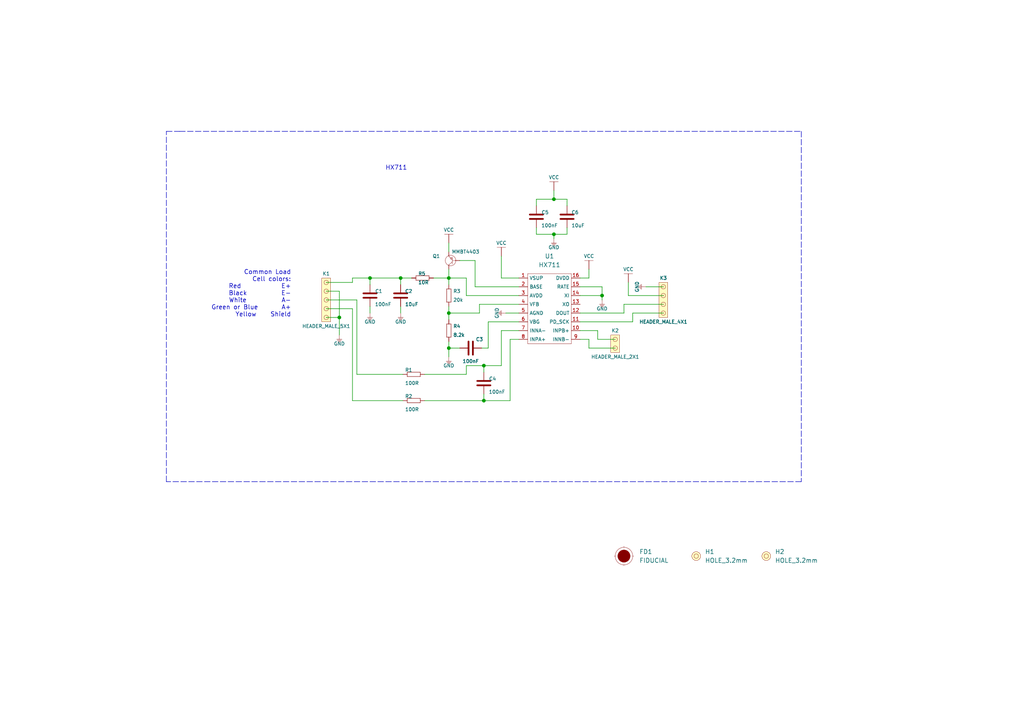
<source format=kicad_sch>
(kicad_sch (version 20210621) (generator eeschema)

  (uuid c0ee46d0-aa51-4fac-aab3-499764198726)

  (paper "A4")

  (title_block
    (title "HX711 breakout")
    (date "2021-06-30")
    (rev "V1.1.1.")
    (company "SOLDERED")
    (comment 1 "333005")
  )

  (lib_symbols
    (symbol "e-radionica.com schematics:0603C" (pin_numbers hide) (pin_names (offset 0.002)) (in_bom yes) (on_board yes)
      (property "Reference" "C" (id 0) (at -0.635 3.175 0)
        (effects (font (size 1 1)))
      )
      (property "Value" "0603C" (id 1) (at 0 -3.175 0)
        (effects (font (size 1 1)))
      )
      (property "Footprint" "e-radionica.com footprinti:0603C" (id 2) (at 0 0 0)
        (effects (font (size 1 1)) hide)
      )
      (property "Datasheet" "" (id 3) (at 0 0 0)
        (effects (font (size 1 1)) hide)
      )
      (symbol "0603C_0_1"
        (polyline
          (pts
            (xy -0.635 1.905)
            (xy -0.635 -1.905)
          )
          (stroke (width 0.5)) (fill (type none))
        )
        (polyline
          (pts
            (xy 0.635 1.905)
            (xy 0.635 -1.905)
          )
          (stroke (width 0.5)) (fill (type none))
        )
      )
      (symbol "0603C_1_1"
        (pin passive line (at -3.175 0 0) (length 2.54)
          (name "~" (effects (font (size 1.27 1.27))))
          (number "1" (effects (font (size 1.27 1.27))))
        )
        (pin passive line (at 3.175 0 180) (length 2.54)
          (name "~" (effects (font (size 1.27 1.27))))
          (number "2" (effects (font (size 1.27 1.27))))
        )
      )
    )
    (symbol "e-radionica.com schematics:0603R" (pin_numbers hide) (pin_names (offset 0.254)) (in_bom yes) (on_board yes)
      (property "Reference" "R" (id 0) (at -1.905 1.905 0)
        (effects (font (size 1 1)))
      )
      (property "Value" "0603R" (id 1) (at 0 -1.905 0)
        (effects (font (size 1 1)))
      )
      (property "Footprint" "e-radionica.com footprinti:0603R" (id 2) (at -0.635 1.905 0)
        (effects (font (size 1 1)) hide)
      )
      (property "Datasheet" "" (id 3) (at -0.635 1.905 0)
        (effects (font (size 1 1)) hide)
      )
      (symbol "0603R_0_1"
        (rectangle (start -1.905 -0.635) (end 1.905 -0.6604)
          (stroke (width 0.1)) (fill (type none))
        )
        (rectangle (start -1.905 0.635) (end -1.8796 -0.635)
          (stroke (width 0.1)) (fill (type none))
        )
        (rectangle (start -1.905 0.635) (end 1.905 0.6096)
          (stroke (width 0.1)) (fill (type none))
        )
        (rectangle (start 1.905 0.635) (end 1.9304 -0.635)
          (stroke (width 0.1)) (fill (type none))
        )
      )
      (symbol "0603R_1_1"
        (pin passive line (at -3.175 0 0) (length 1.27)
          (name "~" (effects (font (size 1.27 1.27))))
          (number "1" (effects (font (size 1.27 1.27))))
        )
        (pin passive line (at 3.175 0 180) (length 1.27)
          (name "~" (effects (font (size 1.27 1.27))))
          (number "2" (effects (font (size 1.27 1.27))))
        )
      )
    )
    (symbol "e-radionica.com schematics:1206C" (pin_numbers hide) (in_bom yes) (on_board yes)
      (property "Reference" "C" (id 0) (at -0.635 3.175 0)
        (effects (font (size 1 1)))
      )
      (property "Value" "1206C" (id 1) (at 0 -3.175 0)
        (effects (font (size 1 1)))
      )
      (property "Footprint" "e-radionica.com footprinti:1206C" (id 2) (at 0 0 0)
        (effects (font (size 1 1)) hide)
      )
      (property "Datasheet" "" (id 3) (at 0 0 0)
        (effects (font (size 1 1)) hide)
      )
      (symbol "1206C_0_1"
        (polyline
          (pts
            (xy -0.635 1.905)
            (xy -0.635 -1.905)
          )
          (stroke (width 0.5)) (fill (type none))
        )
        (polyline
          (pts
            (xy 0.635 1.905)
            (xy 0.635 -1.905)
          )
          (stroke (width 0.5)) (fill (type none))
        )
      )
      (symbol "1206C_1_1"
        (pin passive line (at -3.175 0 0) (length 2.54)
          (name "~" (effects (font (size 1.27 1.27))))
          (number "1" (effects (font (size 1.27 1.27))))
        )
        (pin passive line (at 3.175 0 180) (length 2.54)
          (name "~" (effects (font (size 1.27 1.27))))
          (number "2" (effects (font (size 1.27 1.27))))
        )
      )
    )
    (symbol "e-radionica.com schematics:FIDUCIAL" (in_bom no) (on_board yes)
      (property "Reference" "FD" (id 0) (at 0 3.81 0)
        (effects (font (size 1.27 1.27)))
      )
      (property "Value" "FIDUCIAL" (id 1) (at 0 -3.81 0)
        (effects (font (size 1.27 1.27)))
      )
      (property "Footprint" "e-radionica.com footprinti:FIDUCIAL_23" (id 2) (at 0.254 -5.334 0)
        (effects (font (size 1.27 1.27)) hide)
      )
      (property "Datasheet" "" (id 3) (at 0 0 0)
        (effects (font (size 1.27 1.27)) hide)
      )
      (symbol "FIDUCIAL_0_1"
        (circle (center 0 0) (radius 2.54) (stroke (width 0.0006)) (fill (type none)))
        (circle (center 0 0) (radius 1.7961) (stroke (width 0.001)) (fill (type outline)))
        (polyline
          (pts
            (xy -2.54 0)
            (xy -2.794 0)
          )
          (stroke (width 0.0006)) (fill (type none))
        )
        (polyline
          (pts
            (xy 0 -2.54)
            (xy 0 -2.794)
          )
          (stroke (width 0.0006)) (fill (type none))
        )
        (polyline
          (pts
            (xy 0 2.54)
            (xy 0 2.794)
          )
          (stroke (width 0.0006)) (fill (type none))
        )
        (polyline
          (pts
            (xy 2.54 0)
            (xy 2.794 0)
          )
          (stroke (width 0.0006)) (fill (type none))
        )
      )
    )
    (symbol "e-radionica.com schematics:GND" (power) (pin_names (offset 0)) (in_bom yes) (on_board yes)
      (property "Reference" "#PWR" (id 0) (at 4.445 0 0)
        (effects (font (size 1 1)) hide)
      )
      (property "Value" "GND" (id 1) (at 0 -2.921 0)
        (effects (font (size 1 1)))
      )
      (property "Footprint" "" (id 2) (at 4.445 3.81 0)
        (effects (font (size 1 1)) hide)
      )
      (property "Datasheet" "" (id 3) (at 4.445 3.81 0)
        (effects (font (size 1 1)) hide)
      )
      (property "ki_keywords" "power-flag" (id 4) (at 0 0 0)
        (effects (font (size 1.27 1.27)) hide)
      )
      (property "ki_description" "Power symbol creates a global label with name \"+3V3\"" (id 5) (at 0 0 0)
        (effects (font (size 1.27 1.27)) hide)
      )
      (symbol "GND_0_1"
        (polyline
          (pts
            (xy -0.762 -1.27)
            (xy 0.762 -1.27)
          )
          (stroke (width 0.0006)) (fill (type none))
        )
        (polyline
          (pts
            (xy -0.635 -1.524)
            (xy 0.635 -1.524)
          )
          (stroke (width 0.0006)) (fill (type none))
        )
        (polyline
          (pts
            (xy -0.381 -1.778)
            (xy 0.381 -1.778)
          )
          (stroke (width 0.0006)) (fill (type none))
        )
        (polyline
          (pts
            (xy -0.127 -2.032)
            (xy 0.127 -2.032)
          )
          (stroke (width 0.0006)) (fill (type none))
        )
        (polyline
          (pts
            (xy 0 0)
            (xy 0 -1.27)
          )
          (stroke (width 0.0006)) (fill (type none))
        )
      )
      (symbol "GND_1_1"
        (pin power_in line (at 0 0 270) (length 0) hide
          (name "GND" (effects (font (size 1.27 1.27))))
          (number "1" (effects (font (size 1.27 1.27))))
        )
      )
    )
    (symbol "e-radionica.com schematics:HEADER_MALE_2X1" (pin_numbers hide) (pin_names hide) (in_bom yes) (on_board yes)
      (property "Reference" "K" (id 0) (at -1.27 5.08 0)
        (effects (font (size 1 1)))
      )
      (property "Value" "HEADER_MALE_2X1" (id 1) (at 0 -2.54 0)
        (effects (font (size 1 1)))
      )
      (property "Footprint" "e-radionica.com footprinti:HEADER_MALE_2X1" (id 2) (at 0 0 0)
        (effects (font (size 1 1)) hide)
      )
      (property "Datasheet" "" (id 3) (at 0 0 0)
        (effects (font (size 1 1)) hide)
      )
      (symbol "HEADER_MALE_2X1_0_1"
        (circle (center 0 0) (radius 0.635) (stroke (width 0.0006)) (fill (type none)))
        (circle (center 0 2.54) (radius 0.635) (stroke (width 0.0006)) (fill (type none)))
        (rectangle (start 1.27 -1.27) (end -1.27 3.81)
          (stroke (width 0.001)) (fill (type background))
        )
      )
      (symbol "HEADER_MALE_2X1_1_1"
        (pin passive line (at 0 0 180) (length 0)
          (name "~" (effects (font (size 1 1))))
          (number "1" (effects (font (size 1 1))))
        )
        (pin passive line (at 0 2.54 180) (length 0)
          (name "~" (effects (font (size 1 1))))
          (number "2" (effects (font (size 1 1))))
        )
      )
    )
    (symbol "e-radionica.com schematics:HEADER_MALE_4X1" (pin_numbers hide) (pin_names hide) (in_bom yes) (on_board yes)
      (property "Reference" "K" (id 0) (at -0.635 7.62 0)
        (effects (font (size 1 1)))
      )
      (property "Value" "HEADER_MALE_4X1" (id 1) (at 0 -5.08 0)
        (effects (font (size 1 1)))
      )
      (property "Footprint" "e-radionica.com footprinti:HEADER_MALE_4X1" (id 2) (at 0 -2.54 0)
        (effects (font (size 1 1)) hide)
      )
      (property "Datasheet" "" (id 3) (at 0 -2.54 0)
        (effects (font (size 1 1)) hide)
      )
      (symbol "HEADER_MALE_4X1_0_1"
        (circle (center 0 -2.54) (radius 0.635) (stroke (width 0.0006)) (fill (type none)))
        (circle (center 0 0) (radius 0.635) (stroke (width 0.0006)) (fill (type none)))
        (circle (center 0 2.54) (radius 0.635) (stroke (width 0.0006)) (fill (type none)))
        (circle (center 0 5.08) (radius 0.635) (stroke (width 0.0006)) (fill (type none)))
        (rectangle (start 1.27 -3.81) (end -1.27 6.35)
          (stroke (width 0.001)) (fill (type background))
        )
      )
      (symbol "HEADER_MALE_4X1_1_1"
        (pin passive line (at 0 -2.54 180) (length 0)
          (name "~" (effects (font (size 1 1))))
          (number "1" (effects (font (size 1 1))))
        )
        (pin passive line (at 0 0 180) (length 0)
          (name "~" (effects (font (size 1 1))))
          (number "2" (effects (font (size 1 1))))
        )
        (pin passive line (at 0 2.54 180) (length 0)
          (name "~" (effects (font (size 1 1))))
          (number "3" (effects (font (size 1 1))))
        )
        (pin passive line (at 0 5.08 180) (length 0)
          (name "~" (effects (font (size 1 1))))
          (number "4" (effects (font (size 1 1))))
        )
      )
    )
    (symbol "e-radionica.com schematics:HEADER_MALE_5X1" (pin_numbers hide) (pin_names hide) (in_bom yes) (on_board yes)
      (property "Reference" "K" (id 0) (at -0.635 7.62 0)
        (effects (font (size 1 1)))
      )
      (property "Value" "HEADER_MALE_5X1" (id 1) (at 0.635 -7.62 0)
        (effects (font (size 1 1)))
      )
      (property "Footprint" "e-radionica.com footprinti:HEADER_MALE_5X1" (id 2) (at 0 0 0)
        (effects (font (size 1 1)) hide)
      )
      (property "Datasheet" "" (id 3) (at 0 0 0)
        (effects (font (size 1 1)) hide)
      )
      (symbol "HEADER_MALE_5X1_0_1"
        (circle (center 0 -5.08) (radius 0.635) (stroke (width 0.0006)) (fill (type none)))
        (circle (center 0 -2.54) (radius 0.635) (stroke (width 0.0006)) (fill (type none)))
        (circle (center 0 0) (radius 0.635) (stroke (width 0.0006)) (fill (type none)))
        (circle (center 0 2.54) (radius 0.635) (stroke (width 0.0006)) (fill (type none)))
        (circle (center 0 5.08) (radius 0.635) (stroke (width 0.0006)) (fill (type none)))
        (rectangle (start -1.27 6.35) (end 1.27 -6.35)
          (stroke (width 0.001)) (fill (type background))
        )
      )
      (symbol "HEADER_MALE_5X1_1_1"
        (pin passive line (at 0 -5.08 180) (length 0)
          (name "~" (effects (font (size 1 1))))
          (number "1" (effects (font (size 1 1))))
        )
        (pin passive line (at 0 -2.54 180) (length 0)
          (name "~" (effects (font (size 1 1))))
          (number "2" (effects (font (size 1 1))))
        )
        (pin passive line (at 0 0 180) (length 0)
          (name "~" (effects (font (size 1 1))))
          (number "3" (effects (font (size 1 1))))
        )
        (pin passive line (at 0 2.54 180) (length 0)
          (name "~" (effects (font (size 1 1))))
          (number "4" (effects (font (size 1 1))))
        )
        (pin passive line (at 0 5.08 180) (length 0)
          (name "~" (effects (font (size 0.991 0.991))))
          (number "5" (effects (font (size 0.991 0.991))))
        )
      )
    )
    (symbol "e-radionica.com schematics:HOLE_3.2mm" (pin_numbers hide) (pin_names hide) (in_bom yes) (on_board yes)
      (property "Reference" "H" (id 0) (at 0 2.54 0)
        (effects (font (size 1.27 1.27)))
      )
      (property "Value" "HOLE_3.2mm" (id 1) (at 0 -2.54 0)
        (effects (font (size 1.27 1.27)))
      )
      (property "Footprint" "e-radionica.com footprinti:HOLE_3.2mm" (id 2) (at 0 0 0)
        (effects (font (size 1.27 1.27)) hide)
      )
      (property "Datasheet" "" (id 3) (at 0 0 0)
        (effects (font (size 1.27 1.27)) hide)
      )
      (symbol "HOLE_3.2mm_0_1"
        (circle (center 0 0) (radius 0.635) (stroke (width 0.0006)) (fill (type none)))
        (circle (center 0 0) (radius 1.27) (stroke (width 0.001)) (fill (type background)))
      )
    )
    (symbol "e-radionica.com schematics:HX711" (in_bom yes) (on_board yes)
      (property "Reference" "U" (id 0) (at -1.27 7.62 0)
        (effects (font (size 1.27 1.27)))
      )
      (property "Value" "HX711" (id 1) (at 0 -11.43 0)
        (effects (font (size 1.27 1.27)))
      )
      (property "Footprint" "e-radionica.com footprinti:SOP-16" (id 2) (at -1.27 0 0)
        (effects (font (size 1.27 1.27)) hide)
      )
      (property "Datasheet" "" (id 3) (at 0 -5.08 0)
        (effects (font (size 1.27 1.27)) hide)
      )
      (symbol "HX711_0_1"
        (rectangle (start -6.35 10.16) (end 6.35 -10.16)
          (stroke (width 0.0006)) (fill (type none))
        )
      )
      (symbol "HX711_1_1"
        (pin power_in line (at -8.89 8.89 0) (length 2.54)
          (name "VSUP" (effects (font (size 1 1))))
          (number "1" (effects (font (size 1 1))))
        )
        (pin input line (at 8.89 -6.35 180) (length 2.54)
          (name "INPB+" (effects (font (size 1 1))))
          (number "10" (effects (font (size 1 1))))
        )
        (pin input line (at 8.89 -3.81 180) (length 2.54)
          (name "PD_SCK" (effects (font (size 1 1))))
          (number "11" (effects (font (size 1 1))))
        )
        (pin output line (at 8.89 -1.27 180) (length 2.54)
          (name "DOUT" (effects (font (size 1 1))))
          (number "12" (effects (font (size 1 1))))
        )
        (pin input line (at 8.89 1.27 180) (length 2.54)
          (name "XO" (effects (font (size 1 1))))
          (number "13" (effects (font (size 1 1))))
        )
        (pin input line (at 8.89 3.81 180) (length 2.54)
          (name "XI" (effects (font (size 1 1))))
          (number "14" (effects (font (size 1 1))))
        )
        (pin input line (at 8.89 6.35 180) (length 2.54)
          (name "RATE" (effects (font (size 1 1))))
          (number "15" (effects (font (size 1 1))))
        )
        (pin power_in line (at 8.89 8.89 180) (length 2.54)
          (name "DVDD" (effects (font (size 1 1))))
          (number "16" (effects (font (size 1 1))))
        )
        (pin output line (at -8.89 6.35 0) (length 2.54)
          (name "BASE" (effects (font (size 1 1))))
          (number "2" (effects (font (size 1 1))))
        )
        (pin power_in line (at -8.89 3.81 0) (length 2.54)
          (name "AVDD" (effects (font (size 1 1))))
          (number "3" (effects (font (size 1 1))))
        )
        (pin input line (at -8.89 1.27 0) (length 2.54)
          (name "VFB" (effects (font (size 1 1))))
          (number "4" (effects (font (size 1 1))))
        )
        (pin passive line (at -8.89 -1.27 0) (length 2.54)
          (name "AGND" (effects (font (size 1 1))))
          (number "5" (effects (font (size 1 1))))
        )
        (pin output line (at -8.89 -3.81 0) (length 2.54)
          (name "VBG" (effects (font (size 1 1))))
          (number "6" (effects (font (size 1 1))))
        )
        (pin input line (at -8.89 -6.35 0) (length 2.54)
          (name "INNA-" (effects (font (size 1 1))))
          (number "7" (effects (font (size 1 1))))
        )
        (pin input line (at -8.89 -8.89 0) (length 2.54)
          (name "INPA+" (effects (font (size 1 1))))
          (number "8" (effects (font (size 1 1))))
        )
        (pin input line (at 8.89 -8.89 180) (length 2.54)
          (name "INNB-" (effects (font (size 1 1))))
          (number "9" (effects (font (size 1 1))))
        )
      )
    )
    (symbol "e-radionica.com schematics:PNP-SOT-23-3" (pin_numbers hide) (pin_names hide) (in_bom yes) (on_board yes)
      (property "Reference" "Q" (id 0) (at -1.778 2.4892 0)
        (effects (font (size 1 1)))
      )
      (property "Value" "PNP-SOT-23-3" (id 1) (at -0.0508 -2.9464 0)
        (effects (font (size 1 1)))
      )
      (property "Footprint" "e-radionica.com footprinti:SOT-23-3" (id 2) (at 0 0 0)
        (effects (font (size 1 1)) hide)
      )
      (property "Datasheet" "" (id 3) (at 0 0 0)
        (effects (font (size 1 1)) hide)
      )
      (symbol "PNP-SOT-23-3_0_1"
        (circle (center -0.508 0) (radius 1.524) (stroke (width 0.0006)) (fill (type none)))
        (polyline
          (pts
            (xy -2.032 0)
            (xy -1.016 0)
          )
          (stroke (width 0.0006)) (fill (type none))
        )
        (polyline
          (pts
            (xy -1.016 0.381)
            (xy 0 1.27)
          )
          (stroke (width 0.0006)) (fill (type none))
        )
        (polyline
          (pts
            (xy -1.016 1.016)
            (xy -1.016 -1.016)
          )
          (stroke (width 0.0006)) (fill (type none))
        )
        (polyline
          (pts
            (xy -0.508 -0.762)
            (xy 0 -1.27)
          )
          (stroke (width 0.1)) (fill (type none))
        )
        (polyline
          (pts
            (xy -0.381 -0.508)
            (xy -0.762 -0.889)
            (xy -0.9906 -0.2794)
            (xy -0.381 -0.508)
          )
          (stroke (width 0.0006)) (fill (type none))
        )
      )
      (symbol "PNP-SOT-23-3_1_1"
        (pin passive line (at -3.175 0 0) (length 1.27)
          (name "B" (effects (font (size 1 1))))
          (number "1" (effects (font (size 1 1))))
        )
        (pin passive line (at 0 -2.54 90) (length 1.27)
          (name "E" (effects (font (size 1 1))))
          (number "2" (effects (font (size 1 1))))
        )
        (pin passive line (at 0 2.54 270) (length 1.27)
          (name "C" (effects (font (size 1 1))))
          (number "3" (effects (font (size 1 1))))
        )
      )
    )
    (symbol "e-radionica.com schematics:VCC" (power) (pin_names (offset 0)) (in_bom yes) (on_board yes)
      (property "Reference" "#PWR" (id 0) (at 4.445 0 0)
        (effects (font (size 1 1)) hide)
      )
      (property "Value" "VCC" (id 1) (at 0 3.556 0)
        (effects (font (size 1 1)))
      )
      (property "Footprint" "" (id 2) (at 4.445 3.81 0)
        (effects (font (size 1 1)) hide)
      )
      (property "Datasheet" "" (id 3) (at 4.445 3.81 0)
        (effects (font (size 1 1)) hide)
      )
      (property "ki_keywords" "power-flag" (id 4) (at 0 0 0)
        (effects (font (size 1.27 1.27)) hide)
      )
      (property "ki_description" "Power symbol creates a global label with name \"+3V3\"" (id 5) (at 0 0 0)
        (effects (font (size 1.27 1.27)) hide)
      )
      (symbol "VCC_0_1"
        (polyline
          (pts
            (xy -1.27 2.54)
            (xy 1.27 2.54)
          )
          (stroke (width 0.0006)) (fill (type none))
        )
        (polyline
          (pts
            (xy 0 0)
            (xy 0 2.54)
          )
          (stroke (width 0)) (fill (type none))
        )
      )
      (symbol "VCC_1_1"
        (pin power_in line (at 0 0 90) (length 0) hide
          (name "VCC" (effects (font (size 1.27 1.27))))
          (number "1" (effects (font (size 1.27 1.27))))
        )
      )
    )
  )

  (junction (at 98.425 92.075) (diameter 0.9144) (color 0 0 0 0))
  (junction (at 107.315 80.645) (diameter 0.9144) (color 0 0 0 0))
  (junction (at 116.205 80.645) (diameter 0.9144) (color 0 0 0 0))
  (junction (at 130.175 80.645) (diameter 0.9144) (color 0 0 0 0))
  (junction (at 130.175 90.805) (diameter 0.9144) (color 0 0 0 0))
  (junction (at 130.175 100.965) (diameter 0.9144) (color 0 0 0 0))
  (junction (at 140.335 106.045) (diameter 0.9144) (color 0 0 0 0))
  (junction (at 140.335 116.205) (diameter 0.9144) (color 0 0 0 0))
  (junction (at 160.655 57.785) (diameter 0.9144) (color 0 0 0 0))
  (junction (at 160.655 67.945) (diameter 0.9144) (color 0 0 0 0))
  (junction (at 174.625 85.725) (diameter 0.9144) (color 0 0 0 0))

  (wire (pts (xy 94.615 81.915) (xy 102.235 81.915))
    (stroke (width 0) (type solid) (color 0 0 0 0))
    (uuid 7c4c414e-a41b-4c81-a374-35e829ee6827)
  )
  (wire (pts (xy 94.615 84.455) (xy 98.425 84.455))
    (stroke (width 0) (type solid) (color 0 0 0 0))
    (uuid 3ce15976-d493-45a3-aaeb-2a693e11110f)
  )
  (wire (pts (xy 94.615 86.995) (xy 103.505 86.995))
    (stroke (width 0) (type solid) (color 0 0 0 0))
    (uuid f2e913a3-5ddd-45cd-aed7-938b737c0f23)
  )
  (wire (pts (xy 94.615 89.535) (xy 102.235 89.535))
    (stroke (width 0) (type solid) (color 0 0 0 0))
    (uuid 14e64190-d79d-4da8-ad38-c7d3ad2724c7)
  )
  (wire (pts (xy 94.615 92.075) (xy 98.425 92.075))
    (stroke (width 0) (type solid) (color 0 0 0 0))
    (uuid d56ef627-208a-48ec-a08e-c581703a93a1)
  )
  (wire (pts (xy 98.425 84.455) (xy 98.425 92.075))
    (stroke (width 0) (type solid) (color 0 0 0 0))
    (uuid 3ce15976-d493-45a3-aaeb-2a693e11110f)
  )
  (wire (pts (xy 98.425 92.075) (xy 98.425 97.155))
    (stroke (width 0) (type solid) (color 0 0 0 0))
    (uuid d56ef627-208a-48ec-a08e-c581703a93a1)
  )
  (wire (pts (xy 102.235 80.645) (xy 107.315 80.645))
    (stroke (width 0) (type solid) (color 0 0 0 0))
    (uuid 7c4c414e-a41b-4c81-a374-35e829ee6827)
  )
  (wire (pts (xy 102.235 81.915) (xy 102.235 80.645))
    (stroke (width 0) (type solid) (color 0 0 0 0))
    (uuid 7c4c414e-a41b-4c81-a374-35e829ee6827)
  )
  (wire (pts (xy 102.235 89.535) (xy 102.235 116.205))
    (stroke (width 0) (type solid) (color 0 0 0 0))
    (uuid 14e64190-d79d-4da8-ad38-c7d3ad2724c7)
  )
  (wire (pts (xy 102.235 116.205) (xy 116.84 116.205))
    (stroke (width 0) (type solid) (color 0 0 0 0))
    (uuid 14e64190-d79d-4da8-ad38-c7d3ad2724c7)
  )
  (wire (pts (xy 103.505 108.585) (xy 103.505 86.995))
    (stroke (width 0) (type solid) (color 0 0 0 0))
    (uuid f2e913a3-5ddd-45cd-aed7-938b737c0f23)
  )
  (wire (pts (xy 107.315 80.645) (xy 107.315 82.55))
    (stroke (width 0) (type solid) (color 0 0 0 0))
    (uuid d7725386-2671-418c-9f32-af557b6fc95e)
  )
  (wire (pts (xy 107.315 88.9) (xy 107.315 90.805))
    (stroke (width 0) (type solid) (color 0 0 0 0))
    (uuid 64d3590b-67ef-4375-b5e2-357bfd94987f)
  )
  (wire (pts (xy 116.205 80.645) (xy 107.315 80.645))
    (stroke (width 0) (type solid) (color 0 0 0 0))
    (uuid d7725386-2671-418c-9f32-af557b6fc95e)
  )
  (wire (pts (xy 116.205 80.645) (xy 119.38 80.645))
    (stroke (width 0) (type solid) (color 0 0 0 0))
    (uuid 4445e1fd-edd4-4334-b5de-d25a1ac87cde)
  )
  (wire (pts (xy 116.205 82.55) (xy 116.205 80.645))
    (stroke (width 0) (type solid) (color 0 0 0 0))
    (uuid d7725386-2671-418c-9f32-af557b6fc95e)
  )
  (wire (pts (xy 116.205 88.9) (xy 116.205 90.805))
    (stroke (width 0) (type solid) (color 0 0 0 0))
    (uuid f1914c05-3965-4fc1-b047-be288bc3782c)
  )
  (wire (pts (xy 116.84 108.585) (xy 103.505 108.585))
    (stroke (width 0) (type solid) (color 0 0 0 0))
    (uuid f2e913a3-5ddd-45cd-aed7-938b737c0f23)
  )
  (wire (pts (xy 123.19 108.585) (xy 135.255 108.585))
    (stroke (width 0) (type solid) (color 0 0 0 0))
    (uuid 09cfa63d-d432-47f3-8cc1-c3bfb0572eda)
  )
  (wire (pts (xy 123.19 116.205) (xy 140.335 116.205))
    (stroke (width 0) (type solid) (color 0 0 0 0))
    (uuid a0ece2eb-d32e-45d0-996a-eb243bc53f87)
  )
  (wire (pts (xy 125.73 80.645) (xy 130.175 80.645))
    (stroke (width 0) (type solid) (color 0 0 0 0))
    (uuid 8b171356-b2f6-4aa2-917a-a30bff049a2f)
  )
  (wire (pts (xy 130.175 70.485) (xy 130.175 73.025))
    (stroke (width 0) (type solid) (color 0 0 0 0))
    (uuid 39b7ecde-455c-4471-b720-bf1e15a409a2)
  )
  (wire (pts (xy 130.175 80.645) (xy 130.175 78.105))
    (stroke (width 0) (type solid) (color 0 0 0 0))
    (uuid e6bd68b9-6518-4d4e-8d32-2ea4f09495ef)
  )
  (wire (pts (xy 130.175 80.645) (xy 130.175 82.55))
    (stroke (width 0) (type solid) (color 0 0 0 0))
    (uuid af00b16c-7f0a-4db3-adbf-f0d58dfcddfb)
  )
  (wire (pts (xy 130.175 88.9) (xy 130.175 90.805))
    (stroke (width 0) (type solid) (color 0 0 0 0))
    (uuid bf232ef5-3dd7-4df0-9a2f-edca4afbae95)
  )
  (wire (pts (xy 130.175 90.805) (xy 130.175 92.71))
    (stroke (width 0) (type solid) (color 0 0 0 0))
    (uuid bf232ef5-3dd7-4df0-9a2f-edca4afbae95)
  )
  (wire (pts (xy 130.175 99.06) (xy 130.175 100.965))
    (stroke (width 0) (type solid) (color 0 0 0 0))
    (uuid e821272c-256f-43f2-91b4-3a83e0972f2a)
  )
  (wire (pts (xy 130.175 100.965) (xy 130.175 103.505))
    (stroke (width 0) (type solid) (color 0 0 0 0))
    (uuid cd7bc1f5-f06e-4331-a548-7c7cccd3a3d8)
  )
  (wire (pts (xy 133.35 100.965) (xy 130.175 100.965))
    (stroke (width 0) (type solid) (color 0 0 0 0))
    (uuid 623ffc7b-0eaa-44cd-badc-56e9b4893303)
  )
  (wire (pts (xy 135.255 80.645) (xy 130.175 80.645))
    (stroke (width 0) (type solid) (color 0 0 0 0))
    (uuid e6bd68b9-6518-4d4e-8d32-2ea4f09495ef)
  )
  (wire (pts (xy 135.255 85.725) (xy 135.255 80.645))
    (stroke (width 0) (type solid) (color 0 0 0 0))
    (uuid e6bd68b9-6518-4d4e-8d32-2ea4f09495ef)
  )
  (wire (pts (xy 135.255 85.725) (xy 150.495 85.725))
    (stroke (width 0) (type solid) (color 0 0 0 0))
    (uuid e6bd68b9-6518-4d4e-8d32-2ea4f09495ef)
  )
  (wire (pts (xy 135.255 106.045) (xy 140.335 106.045))
    (stroke (width 0) (type solid) (color 0 0 0 0))
    (uuid 09cfa63d-d432-47f3-8cc1-c3bfb0572eda)
  )
  (wire (pts (xy 135.255 108.585) (xy 135.255 106.045))
    (stroke (width 0) (type solid) (color 0 0 0 0))
    (uuid 09cfa63d-d432-47f3-8cc1-c3bfb0572eda)
  )
  (wire (pts (xy 137.795 75.565) (xy 133.35 75.565))
    (stroke (width 0) (type solid) (color 0 0 0 0))
    (uuid d6942ae7-7cfe-4e04-ad32-eec7446401c3)
  )
  (wire (pts (xy 137.795 83.185) (xy 137.795 75.565))
    (stroke (width 0) (type solid) (color 0 0 0 0))
    (uuid d6942ae7-7cfe-4e04-ad32-eec7446401c3)
  )
  (wire (pts (xy 137.795 83.185) (xy 150.495 83.185))
    (stroke (width 0) (type solid) (color 0 0 0 0))
    (uuid 7d060a42-564a-44ba-975a-c1bac341dfe8)
  )
  (wire (pts (xy 139.065 88.265) (xy 139.065 90.805))
    (stroke (width 0) (type solid) (color 0 0 0 0))
    (uuid 919a8bc8-fb48-4e65-ba92-9207bae9dc6c)
  )
  (wire (pts (xy 139.065 90.805) (xy 130.175 90.805))
    (stroke (width 0) (type solid) (color 0 0 0 0))
    (uuid 919a8bc8-fb48-4e65-ba92-9207bae9dc6c)
  )
  (wire (pts (xy 139.7 100.965) (xy 141.605 100.965))
    (stroke (width 0) (type solid) (color 0 0 0 0))
    (uuid eeea8100-5b77-4b13-b614-a1c606898034)
  )
  (wire (pts (xy 140.335 106.045) (xy 145.415 106.045))
    (stroke (width 0) (type solid) (color 0 0 0 0))
    (uuid 31efb656-33ff-4d61-a600-0f7bfdc663c2)
  )
  (wire (pts (xy 140.335 107.95) (xy 140.335 106.045))
    (stroke (width 0) (type solid) (color 0 0 0 0))
    (uuid 31efb656-33ff-4d61-a600-0f7bfdc663c2)
  )
  (wire (pts (xy 140.335 114.3) (xy 140.335 116.205))
    (stroke (width 0) (type solid) (color 0 0 0 0))
    (uuid 087ec55f-5866-47bb-92dc-39db9c5c8736)
  )
  (wire (pts (xy 140.335 116.205) (xy 147.955 116.205))
    (stroke (width 0) (type solid) (color 0 0 0 0))
    (uuid 087ec55f-5866-47bb-92dc-39db9c5c8736)
  )
  (wire (pts (xy 141.605 93.345) (xy 150.495 93.345))
    (stroke (width 0) (type solid) (color 0 0 0 0))
    (uuid 6b6318a7-7d77-419d-9748-2956cae82be9)
  )
  (wire (pts (xy 141.605 100.965) (xy 141.605 93.345))
    (stroke (width 0) (type solid) (color 0 0 0 0))
    (uuid eeea8100-5b77-4b13-b614-a1c606898034)
  )
  (wire (pts (xy 145.415 80.645) (xy 145.415 74.295))
    (stroke (width 0) (type solid) (color 0 0 0 0))
    (uuid cfeda0c5-2f29-464d-9563-ae1a18ee7842)
  )
  (wire (pts (xy 145.415 95.885) (xy 150.495 95.885))
    (stroke (width 0) (type solid) (color 0 0 0 0))
    (uuid 31efb656-33ff-4d61-a600-0f7bfdc663c2)
  )
  (wire (pts (xy 145.415 106.045) (xy 145.415 95.885))
    (stroke (width 0) (type solid) (color 0 0 0 0))
    (uuid 31efb656-33ff-4d61-a600-0f7bfdc663c2)
  )
  (wire (pts (xy 146.685 90.805) (xy 150.495 90.805))
    (stroke (width 0) (type solid) (color 0 0 0 0))
    (uuid d49e8515-b3d7-4fb0-bfa4-0e5be85202d9)
  )
  (wire (pts (xy 147.955 98.425) (xy 150.495 98.425))
    (stroke (width 0) (type solid) (color 0 0 0 0))
    (uuid 087ec55f-5866-47bb-92dc-39db9c5c8736)
  )
  (wire (pts (xy 147.955 116.205) (xy 147.955 98.425))
    (stroke (width 0) (type solid) (color 0 0 0 0))
    (uuid 087ec55f-5866-47bb-92dc-39db9c5c8736)
  )
  (wire (pts (xy 150.495 80.645) (xy 145.415 80.645))
    (stroke (width 0) (type solid) (color 0 0 0 0))
    (uuid cfeda0c5-2f29-464d-9563-ae1a18ee7842)
  )
  (wire (pts (xy 150.495 88.265) (xy 139.065 88.265))
    (stroke (width 0) (type solid) (color 0 0 0 0))
    (uuid 919a8bc8-fb48-4e65-ba92-9207bae9dc6c)
  )
  (wire (pts (xy 155.575 57.785) (xy 160.655 57.785))
    (stroke (width 0) (type solid) (color 0 0 0 0))
    (uuid 9ee89e6b-d98c-43f4-ba74-f104110ec0ae)
  )
  (wire (pts (xy 155.575 59.69) (xy 155.575 57.785))
    (stroke (width 0) (type solid) (color 0 0 0 0))
    (uuid 9ee89e6b-d98c-43f4-ba74-f104110ec0ae)
  )
  (wire (pts (xy 155.575 66.04) (xy 155.575 67.945))
    (stroke (width 0) (type solid) (color 0 0 0 0))
    (uuid 72d10612-faa0-465c-860b-bf9dff2c5f65)
  )
  (wire (pts (xy 155.575 67.945) (xy 160.655 67.945))
    (stroke (width 0) (type solid) (color 0 0 0 0))
    (uuid 72d10612-faa0-465c-860b-bf9dff2c5f65)
  )
  (wire (pts (xy 160.655 57.785) (xy 160.655 55.245))
    (stroke (width 0) (type solid) (color 0 0 0 0))
    (uuid 9ee89e6b-d98c-43f4-ba74-f104110ec0ae)
  )
  (wire (pts (xy 160.655 67.945) (xy 160.655 69.215))
    (stroke (width 0) (type solid) (color 0 0 0 0))
    (uuid 72d10612-faa0-465c-860b-bf9dff2c5f65)
  )
  (wire (pts (xy 164.465 57.785) (xy 160.655 57.785))
    (stroke (width 0) (type solid) (color 0 0 0 0))
    (uuid 77548ad7-bd06-47dc-9bec-41675ec4e5c9)
  )
  (wire (pts (xy 164.465 59.69) (xy 164.465 57.785))
    (stroke (width 0) (type solid) (color 0 0 0 0))
    (uuid 77548ad7-bd06-47dc-9bec-41675ec4e5c9)
  )
  (wire (pts (xy 164.465 66.04) (xy 164.465 67.945))
    (stroke (width 0) (type solid) (color 0 0 0 0))
    (uuid 6beb9dde-7a1f-4e99-813c-e13efe793501)
  )
  (wire (pts (xy 164.465 67.945) (xy 160.655 67.945))
    (stroke (width 0) (type solid) (color 0 0 0 0))
    (uuid 6beb9dde-7a1f-4e99-813c-e13efe793501)
  )
  (wire (pts (xy 168.275 80.645) (xy 170.815 80.645))
    (stroke (width 0) (type solid) (color 0 0 0 0))
    (uuid 63bf7f8b-2832-49d6-8e01-66d32d4cff96)
  )
  (wire (pts (xy 168.275 83.185) (xy 174.625 83.185))
    (stroke (width 0) (type solid) (color 0 0 0 0))
    (uuid 88ec2b36-fc35-41c5-91e7-a6df70789fc6)
  )
  (wire (pts (xy 168.275 85.725) (xy 174.625 85.725))
    (stroke (width 0) (type solid) (color 0 0 0 0))
    (uuid 5f13e10f-75e6-4583-a062-10d2364bae2f)
  )
  (wire (pts (xy 168.275 90.805) (xy 180.975 90.805))
    (stroke (width 0) (type solid) (color 0 0 0 0))
    (uuid 3332c6bd-c8cc-427c-87f0-5617d84e1871)
  )
  (wire (pts (xy 168.275 93.345) (xy 183.515 93.345))
    (stroke (width 0) (type solid) (color 0 0 0 0))
    (uuid 07530e2c-43d7-42be-8585-2cd0f6140bdf)
  )
  (wire (pts (xy 168.275 98.425) (xy 170.815 98.425))
    (stroke (width 0) (type solid) (color 0 0 0 0))
    (uuid 52dea7ea-9b5b-43c6-be2d-b00874a1174e)
  )
  (wire (pts (xy 170.815 80.645) (xy 170.815 78.105))
    (stroke (width 0) (type solid) (color 0 0 0 0))
    (uuid 63bf7f8b-2832-49d6-8e01-66d32d4cff96)
  )
  (wire (pts (xy 170.815 98.425) (xy 170.815 100.965))
    (stroke (width 0) (type solid) (color 0 0 0 0))
    (uuid 52dea7ea-9b5b-43c6-be2d-b00874a1174e)
  )
  (wire (pts (xy 170.815 100.965) (xy 178.435 100.965))
    (stroke (width 0) (type solid) (color 0 0 0 0))
    (uuid 52dea7ea-9b5b-43c6-be2d-b00874a1174e)
  )
  (wire (pts (xy 173.355 95.885) (xy 168.275 95.885))
    (stroke (width 0) (type solid) (color 0 0 0 0))
    (uuid 00c74706-4f3e-4973-b62b-bd31dfd0337f)
  )
  (wire (pts (xy 173.355 98.425) (xy 173.355 95.885))
    (stroke (width 0) (type solid) (color 0 0 0 0))
    (uuid 00c74706-4f3e-4973-b62b-bd31dfd0337f)
  )
  (wire (pts (xy 174.625 83.185) (xy 174.625 85.725))
    (stroke (width 0) (type solid) (color 0 0 0 0))
    (uuid 88ec2b36-fc35-41c5-91e7-a6df70789fc6)
  )
  (wire (pts (xy 174.625 85.725) (xy 174.625 86.995))
    (stroke (width 0) (type solid) (color 0 0 0 0))
    (uuid 5f13e10f-75e6-4583-a062-10d2364bae2f)
  )
  (wire (pts (xy 178.435 98.425) (xy 173.355 98.425))
    (stroke (width 0) (type solid) (color 0 0 0 0))
    (uuid 00c74706-4f3e-4973-b62b-bd31dfd0337f)
  )
  (wire (pts (xy 180.975 88.265) (xy 192.405 88.265))
    (stroke (width 0) (type solid) (color 0 0 0 0))
    (uuid 3332c6bd-c8cc-427c-87f0-5617d84e1871)
  )
  (wire (pts (xy 180.975 90.805) (xy 180.975 88.265))
    (stroke (width 0) (type solid) (color 0 0 0 0))
    (uuid 3332c6bd-c8cc-427c-87f0-5617d84e1871)
  )
  (wire (pts (xy 182.245 85.725) (xy 182.245 81.915))
    (stroke (width 0) (type solid) (color 0 0 0 0))
    (uuid c9b99815-45b5-4630-9758-f7a32bbc3482)
  )
  (wire (pts (xy 183.515 90.805) (xy 192.405 90.805))
    (stroke (width 0) (type solid) (color 0 0 0 0))
    (uuid 07530e2c-43d7-42be-8585-2cd0f6140bdf)
  )
  (wire (pts (xy 183.515 93.345) (xy 183.515 90.805))
    (stroke (width 0) (type solid) (color 0 0 0 0))
    (uuid 07530e2c-43d7-42be-8585-2cd0f6140bdf)
  )
  (wire (pts (xy 187.325 83.185) (xy 192.405 83.185))
    (stroke (width 0) (type solid) (color 0 0 0 0))
    (uuid 30c14070-058c-4c7b-8510-4c2b4055f91e)
  )
  (wire (pts (xy 192.405 85.725) (xy 182.245 85.725))
    (stroke (width 0) (type solid) (color 0 0 0 0))
    (uuid c9b99815-45b5-4630-9758-f7a32bbc3482)
  )
  (polyline (pts (xy 48.26 38.1) (xy 52.07 38.1))
    (stroke (width 0) (type dash) (color 0 0 0 0))
    (uuid 71ae86aa-c36d-4ce8-bb88-474466d9a187)
  )
  (polyline (pts (xy 48.26 139.7) (xy 48.26 38.1))
    (stroke (width 0) (type dash) (color 0 0 0 0))
    (uuid 71ae86aa-c36d-4ce8-bb88-474466d9a187)
  )
  (polyline (pts (xy 52.07 38.1) (xy 232.41 38.1))
    (stroke (width 0) (type dash) (color 0 0 0 0))
    (uuid 71ae86aa-c36d-4ce8-bb88-474466d9a187)
  )
  (polyline (pts (xy 232.41 38.1) (xy 232.41 139.7))
    (stroke (width 0) (type dash) (color 0 0 0 0))
    (uuid 71ae86aa-c36d-4ce8-bb88-474466d9a187)
  )
  (polyline (pts (xy 232.41 139.7) (xy 48.26 139.7))
    (stroke (width 0) (type dash) (color 0 0 0 0))
    (uuid 71ae86aa-c36d-4ce8-bb88-474466d9a187)
  )

  (text "Common Load\nCell colors:\n			Red			E+\n			Black		E-\n			White		A-\n		Green or Blue	A+\n			Yellow	Shield"
    (at 84.455 92.075 0)
    (effects (font (size 1.27 1.27)) (justify right bottom))
    (uuid 078b5e31-23af-4591-b3c4-a11dccdd42c2)
  )
  (text "HX711\n" (at 111.76 49.53 0)
    (effects (font (size 1.27 1.27)) (justify left bottom))
    (uuid 82e68716-3cd4-4bb1-ad1e-94253c8e5d69)
  )

  (symbol (lib_id "e-radionica.com schematics:GND") (at 98.425 97.155 0) (unit 1)
    (in_bom yes) (on_board yes)
    (uuid 2ca32a18-2826-4a85-8ddd-1224dcb7ae3d)
    (property "Reference" "#PWR01" (id 0) (at 102.87 97.155 0)
      (effects (font (size 1 1)) hide)
    )
    (property "Value" "GND" (id 1) (at 98.425 99.695 0)
      (effects (font (size 1 1)))
    )
    (property "Footprint" "" (id 2) (at 102.87 93.345 0)
      (effects (font (size 1 1)) hide)
    )
    (property "Datasheet" "" (id 3) (at 102.87 93.345 0)
      (effects (font (size 1 1)) hide)
    )
    (pin "1" (uuid 03d4809d-e5cf-43fe-a7aa-df2ef360fdcd))
  )

  (symbol (lib_id "e-radionica.com schematics:GND") (at 107.315 90.805 0) (unit 1)
    (in_bom yes) (on_board yes)
    (uuid dbb7f5ee-1f23-488c-88a1-8ebfea900421)
    (property "Reference" "#PWR02" (id 0) (at 111.76 90.805 0)
      (effects (font (size 1 1)) hide)
    )
    (property "Value" "GND" (id 1) (at 107.315 93.345 0)
      (effects (font (size 1 1)))
    )
    (property "Footprint" "" (id 2) (at 111.76 86.995 0)
      (effects (font (size 1 1)) hide)
    )
    (property "Datasheet" "" (id 3) (at 111.76 86.995 0)
      (effects (font (size 1 1)) hide)
    )
    (pin "1" (uuid 03d4809d-e5cf-43fe-a7aa-df2ef360fdcd))
  )

  (symbol (lib_id "e-radionica.com schematics:GND") (at 116.205 90.805 0) (unit 1)
    (in_bom yes) (on_board yes)
    (uuid abbdcb2d-e386-4079-9f41-63d81071110c)
    (property "Reference" "#PWR03" (id 0) (at 120.65 90.805 0)
      (effects (font (size 1 1)) hide)
    )
    (property "Value" "GND" (id 1) (at 116.205 93.345 0)
      (effects (font (size 1 1)))
    )
    (property "Footprint" "" (id 2) (at 120.65 86.995 0)
      (effects (font (size 1 1)) hide)
    )
    (property "Datasheet" "" (id 3) (at 120.65 86.995 0)
      (effects (font (size 1 1)) hide)
    )
    (pin "1" (uuid 03d4809d-e5cf-43fe-a7aa-df2ef360fdcd))
  )

  (symbol (lib_id "e-radionica.com schematics:GND") (at 130.175 103.505 0) (unit 1)
    (in_bom yes) (on_board yes)
    (uuid c262f9c7-1cc8-4631-a939-c45194ff3b4d)
    (property "Reference" "#PWR05" (id 0) (at 134.62 103.505 0)
      (effects (font (size 1 1)) hide)
    )
    (property "Value" "GND" (id 1) (at 130.175 106.045 0)
      (effects (font (size 1 1)))
    )
    (property "Footprint" "" (id 2) (at 134.62 99.695 0)
      (effects (font (size 1 1)) hide)
    )
    (property "Datasheet" "" (id 3) (at 134.62 99.695 0)
      (effects (font (size 1 1)) hide)
    )
    (pin "1" (uuid 03d4809d-e5cf-43fe-a7aa-df2ef360fdcd))
  )

  (symbol (lib_id "e-radionica.com schematics:GND") (at 146.685 90.805 270) (unit 1)
    (in_bom yes) (on_board yes)
    (uuid 4dffda10-e2ba-41e2-900c-4b534ce251b4)
    (property "Reference" "#PWR07" (id 0) (at 146.685 95.25 0)
      (effects (font (size 1 1)) hide)
    )
    (property "Value" "GND" (id 1) (at 144.145 90.805 0)
      (effects (font (size 1 1)))
    )
    (property "Footprint" "" (id 2) (at 150.495 95.25 0)
      (effects (font (size 1 1)) hide)
    )
    (property "Datasheet" "" (id 3) (at 150.495 95.25 0)
      (effects (font (size 1 1)) hide)
    )
    (pin "1" (uuid 03d4809d-e5cf-43fe-a7aa-df2ef360fdcd))
  )

  (symbol (lib_id "e-radionica.com schematics:GND") (at 160.655 69.215 0) (unit 1)
    (in_bom yes) (on_board yes)
    (uuid b143addd-1bac-41c5-9472-c763a8d33872)
    (property "Reference" "#PWR013" (id 0) (at 165.1 69.215 0)
      (effects (font (size 1 1)) hide)
    )
    (property "Value" "GND" (id 1) (at 160.655 71.755 0)
      (effects (font (size 1 1)))
    )
    (property "Footprint" "" (id 2) (at 165.1 65.405 0)
      (effects (font (size 1 1)) hide)
    )
    (property "Datasheet" "" (id 3) (at 165.1 65.405 0)
      (effects (font (size 1 1)) hide)
    )
    (pin "1" (uuid 03d4809d-e5cf-43fe-a7aa-df2ef360fdcd))
  )

  (symbol (lib_id "e-radionica.com schematics:GND") (at 174.625 86.995 0) (unit 1)
    (in_bom yes) (on_board yes)
    (uuid 284b99a7-abe3-4553-8b3c-872bbd93f231)
    (property "Reference" "#PWR09" (id 0) (at 179.07 86.995 0)
      (effects (font (size 1 1)) hide)
    )
    (property "Value" "GND" (id 1) (at 174.625 89.535 0)
      (effects (font (size 1 1)))
    )
    (property "Footprint" "" (id 2) (at 179.07 83.185 0)
      (effects (font (size 1 1)) hide)
    )
    (property "Datasheet" "" (id 3) (at 179.07 83.185 0)
      (effects (font (size 1 1)) hide)
    )
    (pin "1" (uuid 03d4809d-e5cf-43fe-a7aa-df2ef360fdcd))
  )

  (symbol (lib_id "e-radionica.com schematics:GND") (at 187.325 83.185 270) (unit 1)
    (in_bom yes) (on_board yes)
    (uuid 7ad796c8-1777-4e36-aadd-14cb00d907f0)
    (property "Reference" "#PWR011" (id 0) (at 187.325 87.63 0)
      (effects (font (size 1 1)) hide)
    )
    (property "Value" "GND" (id 1) (at 184.785 83.185 0)
      (effects (font (size 1 1)))
    )
    (property "Footprint" "" (id 2) (at 191.135 87.63 0)
      (effects (font (size 1 1)) hide)
    )
    (property "Datasheet" "" (id 3) (at 191.135 87.63 0)
      (effects (font (size 1 1)) hide)
    )
    (pin "1" (uuid 03d4809d-e5cf-43fe-a7aa-df2ef360fdcd))
  )

  (symbol (lib_id "e-radionica.com schematics:HOLE_3.2mm") (at 201.93 161.29 0) (unit 1)
    (in_bom yes) (on_board yes)
    (uuid ea812d7d-fb84-4a59-b4b0-69e3a2196a01)
    (property "Reference" "H1" (id 0) (at 204.47 160.02 0)
      (effects (font (size 1.27 1.27)) (justify left))
    )
    (property "Value" "HOLE_3.2mm" (id 1) (at 204.47 162.56 0)
      (effects (font (size 1.27 1.27)) (justify left))
    )
    (property "Footprint" "e-radionica.com footprinti:HOLE_3.2mm" (id 2) (at 201.93 161.29 0)
      (effects (font (size 1.27 1.27)) hide)
    )
    (property "Datasheet" "" (id 3) (at 201.93 161.29 0)
      (effects (font (size 1.27 1.27)) hide)
    )
  )

  (symbol (lib_id "e-radionica.com schematics:HOLE_3.2mm") (at 222.25 161.29 0) (unit 1)
    (in_bom yes) (on_board yes)
    (uuid 1881af76-36f1-4f2d-98b0-a94ff4bb77a1)
    (property "Reference" "H2" (id 0) (at 224.79 160.02 0)
      (effects (font (size 1.27 1.27)) (justify left))
    )
    (property "Value" "HOLE_3.2mm" (id 1) (at 224.79 162.56 0)
      (effects (font (size 1.27 1.27)) (justify left))
    )
    (property "Footprint" "e-radionica.com footprinti:HOLE_3.2mm" (id 2) (at 222.25 161.29 0)
      (effects (font (size 1.27 1.27)) hide)
    )
    (property "Datasheet" "" (id 3) (at 222.25 161.29 0)
      (effects (font (size 1.27 1.27)) hide)
    )
  )

  (symbol (lib_id "e-radionica.com schematics:VCC") (at 130.175 70.485 0) (unit 1)
    (in_bom yes) (on_board yes)
    (uuid e08c6b4c-e54b-4014-8052-6a037d9c2999)
    (property "Reference" "#PWR04" (id 0) (at 134.62 70.485 0)
      (effects (font (size 1 1)) hide)
    )
    (property "Value" "VCC" (id 1) (at 130.175 66.675 0)
      (effects (font (size 1 1)))
    )
    (property "Footprint" "" (id 2) (at 134.62 66.675 0)
      (effects (font (size 1 1)) hide)
    )
    (property "Datasheet" "" (id 3) (at 134.62 66.675 0)
      (effects (font (size 1 1)) hide)
    )
    (pin "1" (uuid 37fea331-4302-4dcb-9329-d8922fe303b9))
  )

  (symbol (lib_id "e-radionica.com schematics:VCC") (at 145.415 74.295 0) (unit 1)
    (in_bom yes) (on_board yes)
    (uuid 7210cd12-2553-43fb-9475-146e5642e904)
    (property "Reference" "#PWR06" (id 0) (at 149.86 74.295 0)
      (effects (font (size 1 1)) hide)
    )
    (property "Value" "VCC" (id 1) (at 145.415 70.485 0)
      (effects (font (size 1 1)))
    )
    (property "Footprint" "" (id 2) (at 149.86 70.485 0)
      (effects (font (size 1 1)) hide)
    )
    (property "Datasheet" "" (id 3) (at 149.86 70.485 0)
      (effects (font (size 1 1)) hide)
    )
    (pin "1" (uuid 37fea331-4302-4dcb-9329-d8922fe303b9))
  )

  (symbol (lib_id "e-radionica.com schematics:VCC") (at 160.655 55.245 0) (unit 1)
    (in_bom yes) (on_board yes)
    (uuid 99087fb3-c576-4773-a555-335a27e65576)
    (property "Reference" "#PWR012" (id 0) (at 165.1 55.245 0)
      (effects (font (size 1 1)) hide)
    )
    (property "Value" "VCC" (id 1) (at 160.655 51.435 0)
      (effects (font (size 1 1)))
    )
    (property "Footprint" "" (id 2) (at 165.1 51.435 0)
      (effects (font (size 1 1)) hide)
    )
    (property "Datasheet" "" (id 3) (at 165.1 51.435 0)
      (effects (font (size 1 1)) hide)
    )
    (pin "1" (uuid 37fea331-4302-4dcb-9329-d8922fe303b9))
  )

  (symbol (lib_id "e-radionica.com schematics:VCC") (at 170.815 78.105 0) (unit 1)
    (in_bom yes) (on_board yes)
    (uuid d8391c46-31be-40c5-86a0-d7c6596bd333)
    (property "Reference" "#PWR08" (id 0) (at 175.26 78.105 0)
      (effects (font (size 1 1)) hide)
    )
    (property "Value" "VCC" (id 1) (at 170.815 74.295 0)
      (effects (font (size 1 1)))
    )
    (property "Footprint" "" (id 2) (at 175.26 74.295 0)
      (effects (font (size 1 1)) hide)
    )
    (property "Datasheet" "" (id 3) (at 175.26 74.295 0)
      (effects (font (size 1 1)) hide)
    )
    (pin "1" (uuid 37fea331-4302-4dcb-9329-d8922fe303b9))
  )

  (symbol (lib_id "e-radionica.com schematics:VCC") (at 182.245 81.915 0) (unit 1)
    (in_bom yes) (on_board yes)
    (uuid b32beb2f-7e47-4af3-bd85-46c4a225b639)
    (property "Reference" "#PWR010" (id 0) (at 186.69 81.915 0)
      (effects (font (size 1 1)) hide)
    )
    (property "Value" "VCC" (id 1) (at 182.245 78.105 0)
      (effects (font (size 1 1)))
    )
    (property "Footprint" "" (id 2) (at 186.69 78.105 0)
      (effects (font (size 1 1)) hide)
    )
    (property "Datasheet" "" (id 3) (at 186.69 78.105 0)
      (effects (font (size 1 1)) hide)
    )
    (pin "1" (uuid 37fea331-4302-4dcb-9329-d8922fe303b9))
  )

  (symbol (lib_id "e-radionica.com schematics:0603R") (at 120.015 108.585 180) (unit 1)
    (in_bom yes) (on_board yes)
    (uuid a1584e73-c19d-4702-b823-bb33afdb525c)
    (property "Reference" "R1" (id 0) (at 117.475 107.315 0)
      (effects (font (size 1 1)) (justify right))
    )
    (property "Value" "100R" (id 1) (at 117.475 111.125 0)
      (effects (font (size 1 1)) (justify right))
    )
    (property "Footprint" "e-radionica.com footprinti:0603R" (id 2) (at 120.65 110.49 0)
      (effects (font (size 1 1)) hide)
    )
    (property "Datasheet" "" (id 3) (at 120.65 110.49 0)
      (effects (font (size 1 1)) hide)
    )
    (pin "1" (uuid e7564140-e4f2-4c79-a70c-49c43ef31bb4))
    (pin "2" (uuid 6a189740-b364-4c14-aed8-87ed88d2efb7))
  )

  (symbol (lib_id "e-radionica.com schematics:0603R") (at 120.015 116.205 180) (unit 1)
    (in_bom yes) (on_board yes)
    (uuid d50f794b-3d2b-4747-9b20-75909fc84776)
    (property "Reference" "R2" (id 0) (at 117.475 114.935 0)
      (effects (font (size 1 1)) (justify right))
    )
    (property "Value" "100R" (id 1) (at 117.475 118.745 0)
      (effects (font (size 1 1)) (justify right))
    )
    (property "Footprint" "e-radionica.com footprinti:0603R" (id 2) (at 120.65 118.11 0)
      (effects (font (size 1 1)) hide)
    )
    (property "Datasheet" "" (id 3) (at 120.65 118.11 0)
      (effects (font (size 1 1)) hide)
    )
    (pin "1" (uuid e7564140-e4f2-4c79-a70c-49c43ef31bb4))
    (pin "2" (uuid 6a189740-b364-4c14-aed8-87ed88d2efb7))
  )

  (symbol (lib_id "e-radionica.com schematics:0603R") (at 122.555 80.645 180) (unit 1)
    (in_bom yes) (on_board yes)
    (uuid 83928b8b-7ea9-41ea-ba57-f7723654b5a3)
    (property "Reference" "R5" (id 0) (at 121.285 79.375 0)
      (effects (font (size 1 1)) (justify right))
    )
    (property "Value" "10R" (id 1) (at 121.285 81.915 0)
      (effects (font (size 1 1)) (justify right))
    )
    (property "Footprint" "e-radionica.com footprinti:0603R" (id 2) (at 123.19 82.55 0)
      (effects (font (size 1 1)) hide)
    )
    (property "Datasheet" "" (id 3) (at 123.19 82.55 0)
      (effects (font (size 1 1)) hide)
    )
    (pin "1" (uuid 4dfedc1f-d820-4870-aa6b-34ed80a8a124))
    (pin "2" (uuid 7f247d1b-3bf1-465b-a895-c939915a95aa))
  )

  (symbol (lib_id "e-radionica.com schematics:0603R") (at 130.175 85.725 90) (unit 1)
    (in_bom yes) (on_board yes)
    (uuid 02a4bf22-13f5-44ad-a201-613bafd27e19)
    (property "Reference" "R3" (id 0) (at 131.445 84.455 90)
      (effects (font (size 1 1)) (justify right))
    )
    (property "Value" "20k" (id 1) (at 131.445 86.995 90)
      (effects (font (size 1 1)) (justify right))
    )
    (property "Footprint" "e-radionica.com footprinti:0603R" (id 2) (at 128.27 86.36 0)
      (effects (font (size 1 1)) hide)
    )
    (property "Datasheet" "" (id 3) (at 128.27 86.36 0)
      (effects (font (size 1 1)) hide)
    )
    (pin "1" (uuid 4dfedc1f-d820-4870-aa6b-34ed80a8a124))
    (pin "2" (uuid 7f247d1b-3bf1-465b-a895-c939915a95aa))
  )

  (symbol (lib_id "e-radionica.com schematics:0603R") (at 130.175 95.885 90) (unit 1)
    (in_bom yes) (on_board yes)
    (uuid e59ff3c3-c247-4b89-839a-3dcc3c5f89f5)
    (property "Reference" "R4" (id 0) (at 131.445 94.615 90)
      (effects (font (size 1 1)) (justify right))
    )
    (property "Value" "8.2k" (id 1) (at 131.445 97.155 90)
      (effects (font (size 1 1)) (justify right))
    )
    (property "Footprint" "e-radionica.com footprinti:0603R" (id 2) (at 128.27 96.52 0)
      (effects (font (size 1 1)) hide)
    )
    (property "Datasheet" "" (id 3) (at 128.27 96.52 0)
      (effects (font (size 1 1)) hide)
    )
    (pin "1" (uuid e7564140-e4f2-4c79-a70c-49c43ef31bb4))
    (pin "2" (uuid 6a189740-b364-4c14-aed8-87ed88d2efb7))
  )

  (symbol (lib_id "e-radionica.com schematics:HEADER_MALE_2X1") (at 178.435 100.965 0) (unit 1)
    (in_bom yes) (on_board yes)
    (uuid 1816afec-41cd-4b66-9b49-4e810fa1985b)
    (property "Reference" "K2" (id 0) (at 178.435 95.885 0)
      (effects (font (size 1 1)))
    )
    (property "Value" "HEADER_MALE_2X1" (id 1) (at 178.435 103.505 0)
      (effects (font (size 1 1)))
    )
    (property "Footprint" "e-radionica.com footprinti:HEADER_MALE_2X1" (id 2) (at 178.435 100.965 0)
      (effects (font (size 1 1)) hide)
    )
    (property "Datasheet" "" (id 3) (at 178.435 100.965 0)
      (effects (font (size 1 1)) hide)
    )
    (pin "1" (uuid 89085747-4c79-4692-a0cd-f7c69ec82726))
    (pin "2" (uuid 0ab24628-5a94-4e20-be25-8ca33471d588))
  )

  (symbol (lib_id "e-radionica.com schematics:HEADER_MALE_4X1") (at 192.405 88.265 0) (unit 1)
    (in_bom yes) (on_board yes)
    (uuid b36441d5-5061-4b5c-9f82-cc780fb15496)
    (property "Reference" "K3" (id 0) (at 192.405 80.645 0)
      (effects (font (size 1 1)))
    )
    (property "Value" "HEADER_MALE_4X1" (id 1) (at 192.405 93.345 0)
      (effects (font (size 1 1)))
    )
    (property "Footprint" "e-radionica.com footprinti:HEADER_MALE_4X1" (id 2) (at 192.405 90.805 0)
      (effects (font (size 1 1)) hide)
    )
    (property "Datasheet" "" (id 3) (at 192.405 90.805 0)
      (effects (font (size 1 1)) hide)
    )
    (pin "1" (uuid dadb8869-8477-4b88-9be8-81f559e4d165))
    (pin "2" (uuid 1d725c19-1614-4908-8af0-636d6d5e218e))
    (pin "3" (uuid 01debe86-56bc-4c0d-8752-2d828e2fb358))
    (pin "4" (uuid 79a564c6-6d2a-4c5c-8ec1-93f8cee65168))
  )

  (symbol (lib_id "e-radionica.com schematics:PNP-SOT-23-3") (at 130.175 75.565 180) (unit 1)
    (in_bom yes) (on_board yes)
    (uuid 27b9e042-479c-4a5a-ae0a-5164b5b11012)
    (property "Reference" "Q1" (id 0) (at 127.635 74.295 0)
      (effects (font (size 1 1)) (justify left))
    )
    (property "Value" "MMBT4403" (id 1) (at 139.065 73.025 0)
      (effects (font (size 1 1)) (justify left))
    )
    (property "Footprint" "e-radionica.com footprinti:SOT-23-3" (id 2) (at 130.175 75.565 0)
      (effects (font (size 1 1)) hide)
    )
    (property "Datasheet" "" (id 3) (at 130.175 75.565 0)
      (effects (font (size 1 1)) hide)
    )
    (pin "1" (uuid 409cac3c-9890-449f-b9d4-90583aaaccf9))
    (pin "2" (uuid 0bb2292e-847d-4e77-b44e-45dca23a8fc2))
    (pin "3" (uuid 197b15c4-22ea-49d0-873d-3dc0594a61e8))
  )

  (symbol (lib_id "e-radionica.com schematics:0603C") (at 107.315 85.725 90) (unit 1)
    (in_bom yes) (on_board yes)
    (uuid 26573b2c-9eb2-40ec-b6d0-0aac8b94cf6f)
    (property "Reference" "C1" (id 0) (at 109.855 84.455 90)
      (effects (font (size 1 1)))
    )
    (property "Value" "100nF" (id 1) (at 111.125 88.265 90)
      (effects (font (size 1 1)))
    )
    (property "Footprint" "e-radionica.com footprinti:0603C" (id 2) (at 107.315 85.725 0)
      (effects (font (size 1 1)) hide)
    )
    (property "Datasheet" "" (id 3) (at 107.315 85.725 0)
      (effects (font (size 1 1)) hide)
    )
    (pin "1" (uuid 38de968d-55e6-478c-99af-16061ec108c8))
    (pin "2" (uuid 0281a6d4-8009-47c2-a54d-d2540c41480a))
  )

  (symbol (lib_id "e-radionica.com schematics:1206C") (at 116.205 85.725 90) (unit 1)
    (in_bom yes) (on_board yes)
    (uuid 5e92f6a7-fd74-41c9-bcc8-450a50ec3ea1)
    (property "Reference" "C2" (id 0) (at 117.475 84.455 90)
      (effects (font (size 1 1)) (justify right))
    )
    (property "Value" "10uF" (id 1) (at 117.475 88.265 90)
      (effects (font (size 1 1)) (justify right))
    )
    (property "Footprint" "e-radionica.com footprinti:1206C" (id 2) (at 116.205 85.725 0)
      (effects (font (size 1 1)) hide)
    )
    (property "Datasheet" "" (id 3) (at 116.205 85.725 0)
      (effects (font (size 1 1)) hide)
    )
    (pin "1" (uuid 716f5ecf-2ed8-432a-95de-cf956c43a4e3))
    (pin "2" (uuid 317cb74a-18a5-476c-b03f-8c82bc5f06a8))
  )

  (symbol (lib_id "e-radionica.com schematics:0603C") (at 136.525 100.965 0) (unit 1)
    (in_bom yes) (on_board yes)
    (uuid 71c368be-2c98-4626-a101-8a4834accad0)
    (property "Reference" "C3" (id 0) (at 139.065 98.425 0)
      (effects (font (size 1 1)))
    )
    (property "Value" "100nF" (id 1) (at 136.525 104.775 0)
      (effects (font (size 1 1)))
    )
    (property "Footprint" "e-radionica.com footprinti:0603C" (id 2) (at 136.525 100.965 0)
      (effects (font (size 1 1)) hide)
    )
    (property "Datasheet" "" (id 3) (at 136.525 100.965 0)
      (effects (font (size 1 1)) hide)
    )
    (pin "1" (uuid 38de968d-55e6-478c-99af-16061ec108c8))
    (pin "2" (uuid 0281a6d4-8009-47c2-a54d-d2540c41480a))
  )

  (symbol (lib_id "e-radionica.com schematics:0603C") (at 140.335 111.125 90) (unit 1)
    (in_bom yes) (on_board yes)
    (uuid dd363ca4-325b-4c81-a8f3-05557b116d85)
    (property "Reference" "C4" (id 0) (at 142.875 109.855 90)
      (effects (font (size 1 1)))
    )
    (property "Value" "100nF" (id 1) (at 144.145 113.665 90)
      (effects (font (size 1 1)))
    )
    (property "Footprint" "e-radionica.com footprinti:0603C" (id 2) (at 140.335 111.125 0)
      (effects (font (size 1 1)) hide)
    )
    (property "Datasheet" "" (id 3) (at 140.335 111.125 0)
      (effects (font (size 1 1)) hide)
    )
    (pin "1" (uuid 38de968d-55e6-478c-99af-16061ec108c8))
    (pin "2" (uuid 0281a6d4-8009-47c2-a54d-d2540c41480a))
  )

  (symbol (lib_id "e-radionica.com schematics:0603C") (at 155.575 62.865 90) (unit 1)
    (in_bom yes) (on_board yes)
    (uuid 45ab9364-b909-4d23-b784-a38beccf9ea2)
    (property "Reference" "C5" (id 0) (at 158.115 61.595 90)
      (effects (font (size 1 1)))
    )
    (property "Value" "100nF" (id 1) (at 159.385 65.405 90)
      (effects (font (size 1 1)))
    )
    (property "Footprint" "e-radionica.com footprinti:0603C" (id 2) (at 155.575 62.865 0)
      (effects (font (size 1 1)) hide)
    )
    (property "Datasheet" "" (id 3) (at 155.575 62.865 0)
      (effects (font (size 1 1)) hide)
    )
    (pin "1" (uuid 38de968d-55e6-478c-99af-16061ec108c8))
    (pin "2" (uuid 0281a6d4-8009-47c2-a54d-d2540c41480a))
  )

  (symbol (lib_id "e-radionica.com schematics:1206C") (at 164.465 62.865 90) (unit 1)
    (in_bom yes) (on_board yes)
    (uuid 48ea063c-9b75-46fa-aab1-1fd3180861df)
    (property "Reference" "C6" (id 0) (at 165.735 61.595 90)
      (effects (font (size 1 1)) (justify right))
    )
    (property "Value" "10uF" (id 1) (at 165.735 65.405 90)
      (effects (font (size 1 1)) (justify right))
    )
    (property "Footprint" "e-radionica.com footprinti:1206C" (id 2) (at 164.465 62.865 0)
      (effects (font (size 1 1)) hide)
    )
    (property "Datasheet" "" (id 3) (at 164.465 62.865 0)
      (effects (font (size 1 1)) hide)
    )
    (pin "1" (uuid 716f5ecf-2ed8-432a-95de-cf956c43a4e3))
    (pin "2" (uuid 317cb74a-18a5-476c-b03f-8c82bc5f06a8))
  )

  (symbol (lib_id "e-radionica.com schematics:FIDUCIAL") (at 180.975 161.29 0) (unit 1)
    (in_bom no) (on_board yes) (fields_autoplaced)
    (uuid 6c750dcb-96f6-46b9-8485-3401624c6d46)
    (property "Reference" "FD1" (id 0) (at 185.42 160.0199 0)
      (effects (font (size 1.27 1.27)) (justify left))
    )
    (property "Value" "FIDUCIAL" (id 1) (at 185.42 162.5599 0)
      (effects (font (size 1.27 1.27)) (justify left))
    )
    (property "Footprint" "e-radionica.com footprinti:FIDUCIAL_23" (id 2) (at 181.229 166.624 0)
      (effects (font (size 1.27 1.27)) hide)
    )
    (property "Datasheet" "" (id 3) (at 180.975 161.29 0)
      (effects (font (size 1.27 1.27)) hide)
    )
  )

  (symbol (lib_id "e-radionica.com schematics:HEADER_MALE_5X1") (at 94.615 86.995 0) (unit 1)
    (in_bom yes) (on_board yes)
    (uuid baf2d42c-c8d8-44ab-8f2d-f6f2c8f59a13)
    (property "Reference" "K1" (id 0) (at 94.615 79.375 0)
      (effects (font (size 1 1)))
    )
    (property "Value" "HEADER_MALE_5X1" (id 1) (at 94.615 94.615 0)
      (effects (font (size 1 1)))
    )
    (property "Footprint" "e-radionica.com footprinti:HEADER_MALE_5X1" (id 2) (at 94.615 86.995 0)
      (effects (font (size 1 1)) hide)
    )
    (property "Datasheet" "" (id 3) (at 94.615 86.995 0)
      (effects (font (size 1 1)) hide)
    )
    (pin "1" (uuid 2435a1c6-aea5-463f-a4ea-b265b4299e59))
    (pin "2" (uuid c82843cc-2195-49c4-a368-87de67d822ed))
    (pin "3" (uuid f6965302-211c-47f7-80df-16e716e6a046))
    (pin "4" (uuid 98474368-9ceb-4812-acd7-a3290f81458c))
    (pin "5" (uuid a7e3741f-7874-49af-93be-bf51a71abce4))
  )

  (symbol (lib_id "e-radionica.com schematics:HX711") (at 159.385 89.535 0) (unit 1)
    (in_bom yes) (on_board yes)
    (uuid 7070e9a1-951a-4ed4-b039-ddb4f9ac00a6)
    (property "Reference" "U1" (id 0) (at 159.385 74.295 0))
    (property "Value" "HX711" (id 1) (at 159.385 76.835 0))
    (property "Footprint" "e-radionica.com footprinti:SOP-16" (id 2) (at 158.115 89.535 0)
      (effects (font (size 1.27 1.27)) hide)
    )
    (property "Datasheet" "" (id 3) (at 159.385 94.615 0)
      (effects (font (size 1.27 1.27)) hide)
    )
    (pin "1" (uuid add83dd5-4799-47e1-8e4a-a9d1f9b3aed4))
    (pin "10" (uuid 12947a5d-72c3-47f5-a6bf-51fd91563f30))
    (pin "11" (uuid b3cf7041-161e-4e19-9bc6-339135a10399))
    (pin "12" (uuid f26b1c37-45ee-4bd3-9dec-8e0728b99dee))
    (pin "13" (uuid 94f8ea5c-b88a-4900-bc2c-9a975948693b))
    (pin "14" (uuid dda78dd0-4905-443d-8473-a37a7ebfe8e1))
    (pin "15" (uuid 1d1937d0-87cb-480e-8505-86b056ea15f0))
    (pin "16" (uuid 830d1082-aeac-4406-85de-2f72a4a7361a))
    (pin "2" (uuid 6aeb69c2-b1ad-4968-8bf7-225d236999dc))
    (pin "3" (uuid 65823ced-983c-45ad-a902-f6b9e323780b))
    (pin "4" (uuid ad96c4f9-80c0-457f-85e6-5ad2eb03ca7d))
    (pin "5" (uuid 60a0fe0f-5c22-4a82-9575-40c2bf9dd746))
    (pin "6" (uuid 50eec41c-e945-4ee6-9530-5911a9dc7af6))
    (pin "7" (uuid 796ddf77-7824-40f2-b9eb-dbbb617b0dd3))
    (pin "8" (uuid 9598af18-cf6d-44a4-bdd0-7f8628158586))
    (pin "9" (uuid fb825b5f-c497-4d37-a795-bd2d479d6e4f))
  )

  (sheet_instances
    (path "/" (page "1"))
  )

  (symbol_instances
    (path "/2ca32a18-2826-4a85-8ddd-1224dcb7ae3d"
      (reference "#PWR01") (unit 1) (value "GND") (footprint "")
    )
    (path "/dbb7f5ee-1f23-488c-88a1-8ebfea900421"
      (reference "#PWR02") (unit 1) (value "GND") (footprint "")
    )
    (path "/abbdcb2d-e386-4079-9f41-63d81071110c"
      (reference "#PWR03") (unit 1) (value "GND") (footprint "")
    )
    (path "/e08c6b4c-e54b-4014-8052-6a037d9c2999"
      (reference "#PWR04") (unit 1) (value "VCC") (footprint "")
    )
    (path "/c262f9c7-1cc8-4631-a939-c45194ff3b4d"
      (reference "#PWR05") (unit 1) (value "GND") (footprint "")
    )
    (path "/7210cd12-2553-43fb-9475-146e5642e904"
      (reference "#PWR06") (unit 1) (value "VCC") (footprint "")
    )
    (path "/4dffda10-e2ba-41e2-900c-4b534ce251b4"
      (reference "#PWR07") (unit 1) (value "GND") (footprint "")
    )
    (path "/d8391c46-31be-40c5-86a0-d7c6596bd333"
      (reference "#PWR08") (unit 1) (value "VCC") (footprint "")
    )
    (path "/284b99a7-abe3-4553-8b3c-872bbd93f231"
      (reference "#PWR09") (unit 1) (value "GND") (footprint "")
    )
    (path "/b32beb2f-7e47-4af3-bd85-46c4a225b639"
      (reference "#PWR010") (unit 1) (value "VCC") (footprint "")
    )
    (path "/7ad796c8-1777-4e36-aadd-14cb00d907f0"
      (reference "#PWR011") (unit 1) (value "GND") (footprint "")
    )
    (path "/99087fb3-c576-4773-a555-335a27e65576"
      (reference "#PWR012") (unit 1) (value "VCC") (footprint "")
    )
    (path "/b143addd-1bac-41c5-9472-c763a8d33872"
      (reference "#PWR013") (unit 1) (value "GND") (footprint "")
    )
    (path "/26573b2c-9eb2-40ec-b6d0-0aac8b94cf6f"
      (reference "C1") (unit 1) (value "100nF") (footprint "e-radionica.com footprinti:0603C")
    )
    (path "/5e92f6a7-fd74-41c9-bcc8-450a50ec3ea1"
      (reference "C2") (unit 1) (value "10uF") (footprint "e-radionica.com footprinti:1206C")
    )
    (path "/71c368be-2c98-4626-a101-8a4834accad0"
      (reference "C3") (unit 1) (value "100nF") (footprint "e-radionica.com footprinti:0603C")
    )
    (path "/dd363ca4-325b-4c81-a8f3-05557b116d85"
      (reference "C4") (unit 1) (value "100nF") (footprint "e-radionica.com footprinti:0603C")
    )
    (path "/45ab9364-b909-4d23-b784-a38beccf9ea2"
      (reference "C5") (unit 1) (value "100nF") (footprint "e-radionica.com footprinti:0603C")
    )
    (path "/48ea063c-9b75-46fa-aab1-1fd3180861df"
      (reference "C6") (unit 1) (value "10uF") (footprint "e-radionica.com footprinti:1206C")
    )
    (path "/6c750dcb-96f6-46b9-8485-3401624c6d46"
      (reference "FD1") (unit 1) (value "FIDUCIAL") (footprint "e-radionica.com footprinti:FIDUCIAL_23")
    )
    (path "/ea812d7d-fb84-4a59-b4b0-69e3a2196a01"
      (reference "H1") (unit 1) (value "HOLE_3.2mm") (footprint "e-radionica.com footprinti:HOLE_3.2mm")
    )
    (path "/1881af76-36f1-4f2d-98b0-a94ff4bb77a1"
      (reference "H2") (unit 1) (value "HOLE_3.2mm") (footprint "e-radionica.com footprinti:HOLE_3.2mm")
    )
    (path "/baf2d42c-c8d8-44ab-8f2d-f6f2c8f59a13"
      (reference "K1") (unit 1) (value "HEADER_MALE_5X1") (footprint "e-radionica.com footprinti:HEADER_MALE_5X1")
    )
    (path "/1816afec-41cd-4b66-9b49-4e810fa1985b"
      (reference "K2") (unit 1) (value "HEADER_MALE_2X1") (footprint "e-radionica.com footprinti:HEADER_MALE_2X1")
    )
    (path "/b36441d5-5061-4b5c-9f82-cc780fb15496"
      (reference "K3") (unit 1) (value "HEADER_MALE_4X1") (footprint "e-radionica.com footprinti:HEADER_MALE_4X1")
    )
    (path "/27b9e042-479c-4a5a-ae0a-5164b5b11012"
      (reference "Q1") (unit 1) (value "MMBT4403") (footprint "e-radionica.com footprinti:SOT-23-3")
    )
    (path "/a1584e73-c19d-4702-b823-bb33afdb525c"
      (reference "R1") (unit 1) (value "100R") (footprint "e-radionica.com footprinti:0603R")
    )
    (path "/d50f794b-3d2b-4747-9b20-75909fc84776"
      (reference "R2") (unit 1) (value "100R") (footprint "e-radionica.com footprinti:0603R")
    )
    (path "/02a4bf22-13f5-44ad-a201-613bafd27e19"
      (reference "R3") (unit 1) (value "20k") (footprint "e-radionica.com footprinti:0603R")
    )
    (path "/e59ff3c3-c247-4b89-839a-3dcc3c5f89f5"
      (reference "R4") (unit 1) (value "8.2k") (footprint "e-radionica.com footprinti:0603R")
    )
    (path "/83928b8b-7ea9-41ea-ba57-f7723654b5a3"
      (reference "R5") (unit 1) (value "10R") (footprint "e-radionica.com footprinti:0603R")
    )
    (path "/7070e9a1-951a-4ed4-b039-ddb4f9ac00a6"
      (reference "U1") (unit 1) (value "HX711") (footprint "e-radionica.com footprinti:SOP-16")
    )
  )
)

</source>
